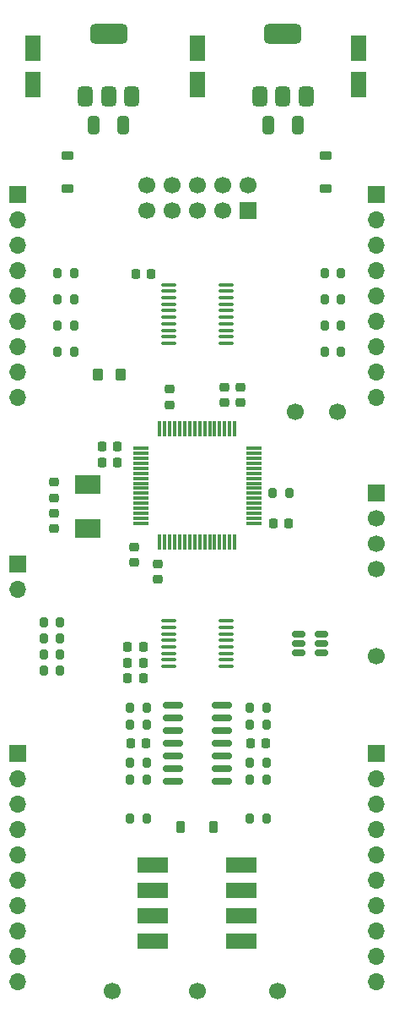
<source format=gbr>
G04 #@! TF.GenerationSoftware,KiCad,Pcbnew,8.0.4*
G04 #@! TF.CreationDate,2024-08-08T18:06:32+01:00*
G04 #@! TF.ProjectId,MidiMonger_components,4d696469-4d6f-46e6-9765-725f636f6d70,rev?*
G04 #@! TF.SameCoordinates,Original*
G04 #@! TF.FileFunction,Soldermask,Bot*
G04 #@! TF.FilePolarity,Negative*
%FSLAX46Y46*%
G04 Gerber Fmt 4.6, Leading zero omitted, Abs format (unit mm)*
G04 Created by KiCad (PCBNEW 8.0.4) date 2024-08-08 18:06:32*
%MOMM*%
%LPD*%
G01*
G04 APERTURE LIST*
G04 Aperture macros list*
%AMRoundRect*
0 Rectangle with rounded corners*
0 $1 Rounding radius*
0 $2 $3 $4 $5 $6 $7 $8 $9 X,Y pos of 4 corners*
0 Add a 4 corners polygon primitive as box body*
4,1,4,$2,$3,$4,$5,$6,$7,$8,$9,$2,$3,0*
0 Add four circle primitives for the rounded corners*
1,1,$1+$1,$2,$3*
1,1,$1+$1,$4,$5*
1,1,$1+$1,$6,$7*
1,1,$1+$1,$8,$9*
0 Add four rect primitives between the rounded corners*
20,1,$1+$1,$2,$3,$4,$5,0*
20,1,$1+$1,$4,$5,$6,$7,0*
20,1,$1+$1,$6,$7,$8,$9,0*
20,1,$1+$1,$8,$9,$2,$3,0*%
G04 Aperture macros list end*
%ADD10RoundRect,0.225000X0.225000X0.250000X-0.225000X0.250000X-0.225000X-0.250000X0.225000X-0.250000X0*%
%ADD11R,1.700000X1.700000*%
%ADD12O,1.700000X1.700000*%
%ADD13RoundRect,0.225000X0.225000X0.375000X-0.225000X0.375000X-0.225000X-0.375000X0.225000X-0.375000X0*%
%ADD14RoundRect,0.250000X0.550000X-1.050000X0.550000X1.050000X-0.550000X1.050000X-0.550000X-1.050000X0*%
%ADD15C,1.700000*%
%ADD16RoundRect,0.250000X-0.275000X-0.350000X0.275000X-0.350000X0.275000X0.350000X-0.275000X0.350000X0*%
%ADD17RoundRect,0.200000X0.200000X0.275000X-0.200000X0.275000X-0.200000X-0.275000X0.200000X-0.275000X0*%
%ADD18RoundRect,0.200000X-0.200000X-0.275000X0.200000X-0.275000X0.200000X0.275000X-0.200000X0.275000X0*%
%ADD19RoundRect,0.375000X0.375000X-0.625000X0.375000X0.625000X-0.375000X0.625000X-0.375000X-0.625000X0*%
%ADD20RoundRect,0.500000X1.400000X-0.500000X1.400000X0.500000X-1.400000X0.500000X-1.400000X-0.500000X0*%
%ADD21RoundRect,0.100000X-0.637500X-0.100000X0.637500X-0.100000X0.637500X0.100000X-0.637500X0.100000X0*%
%ADD22RoundRect,0.150000X0.825000X0.150000X-0.825000X0.150000X-0.825000X-0.150000X0.825000X-0.150000X0*%
%ADD23R,3.100000X1.600000*%
%ADD24RoundRect,0.225000X-0.225000X-0.250000X0.225000X-0.250000X0.225000X0.250000X-0.225000X0.250000X0*%
%ADD25RoundRect,0.100000X0.637500X0.100000X-0.637500X0.100000X-0.637500X-0.100000X0.637500X-0.100000X0*%
%ADD26RoundRect,0.150000X-0.512500X-0.150000X0.512500X-0.150000X0.512500X0.150000X-0.512500X0.150000X0*%
%ADD27RoundRect,0.075000X-0.700000X-0.075000X0.700000X-0.075000X0.700000X0.075000X-0.700000X0.075000X0*%
%ADD28RoundRect,0.075000X-0.075000X-0.700000X0.075000X-0.700000X0.075000X0.700000X-0.075000X0.700000X0*%
%ADD29RoundRect,0.250000X-0.325000X-0.650000X0.325000X-0.650000X0.325000X0.650000X-0.325000X0.650000X0*%
%ADD30RoundRect,0.225000X0.250000X-0.225000X0.250000X0.225000X-0.250000X0.225000X-0.250000X-0.225000X0*%
%ADD31RoundRect,0.225000X-0.375000X0.225000X-0.375000X-0.225000X0.375000X-0.225000X0.375000X0.225000X0*%
%ADD32R,2.500000X1.900000*%
%ADD33RoundRect,0.225000X-0.250000X0.225000X-0.250000X-0.225000X0.250000X-0.225000X0.250000X0.225000X0*%
G04 APERTURE END LIST*
D10*
X115375000Y-76000000D03*
X113825000Y-76000000D03*
X114575000Y-116500000D03*
X113025000Y-116500000D03*
X114575000Y-114900000D03*
X113025000Y-114900000D03*
D11*
X138000000Y-68000000D03*
D12*
X138000000Y-70540000D03*
X138000000Y-73080000D03*
X138000000Y-75620000D03*
X138000000Y-78160000D03*
X138000000Y-80700000D03*
X138000000Y-83240000D03*
X138000000Y-85780000D03*
X138000000Y-88320000D03*
D11*
X102000000Y-124000000D03*
D12*
X102000000Y-126540000D03*
X102000000Y-129080000D03*
X102000000Y-131620000D03*
X102000000Y-134160000D03*
X102000000Y-136700000D03*
X102000000Y-139240000D03*
X102000000Y-141780000D03*
X102000000Y-144320000D03*
X102000000Y-146860000D03*
D11*
X138000000Y-124000000D03*
D12*
X138000000Y-126540000D03*
X138000000Y-129080000D03*
X138000000Y-131620000D03*
X138000000Y-134160000D03*
X138000000Y-136700000D03*
X138000000Y-139240000D03*
X138000000Y-141780000D03*
X138000000Y-144320000D03*
X138000000Y-146860000D03*
D11*
X102000000Y-68000000D03*
D12*
X102000000Y-70540000D03*
X102000000Y-73080000D03*
X102000000Y-75620000D03*
X102000000Y-78160000D03*
X102000000Y-80700000D03*
X102000000Y-83240000D03*
X102000000Y-85780000D03*
X102000000Y-88320000D03*
D13*
X121650000Y-131400000D03*
X118350000Y-131400000D03*
D14*
X103500000Y-57000000D03*
X103500000Y-53400000D03*
D10*
X114575000Y-113300000D03*
X113025000Y-113300000D03*
D11*
X138000000Y-97890000D03*
D15*
X138000000Y-100430000D03*
X138000000Y-102970000D03*
X138000000Y-105510000D03*
D11*
X125100000Y-69675000D03*
D15*
X125100000Y-67135000D03*
X122560000Y-69675000D03*
X122560000Y-67135000D03*
X120020000Y-69675000D03*
X120020000Y-67135000D03*
X117480000Y-69675000D03*
X117480000Y-67135000D03*
X114940000Y-69675000D03*
X114940000Y-67135000D03*
D16*
X110050000Y-86100000D03*
X112350000Y-86100000D03*
D17*
X114925000Y-130500000D03*
X113275000Y-130500000D03*
X126925000Y-130500000D03*
X125275000Y-130500000D03*
X126925000Y-124900000D03*
X125275000Y-124900000D03*
X126925000Y-121100000D03*
X125275000Y-121100000D03*
D18*
X113275000Y-121100000D03*
X114925000Y-121100000D03*
D17*
X114925000Y-126600000D03*
X113275000Y-126600000D03*
D18*
X125275000Y-119400000D03*
X126925000Y-119400000D03*
D17*
X114925000Y-119400000D03*
X113275000Y-119400000D03*
D18*
X105975000Y-75900000D03*
X107625000Y-75900000D03*
X104575000Y-114100000D03*
X106225000Y-114100000D03*
X104575000Y-115700000D03*
X106225000Y-115700000D03*
D17*
X134425000Y-83800000D03*
X132775000Y-83800000D03*
D19*
X130900000Y-58250000D03*
X128600000Y-58250000D03*
D20*
X128600000Y-51950000D03*
D19*
X126300000Y-58250000D03*
X113400000Y-58250000D03*
X111100000Y-58250000D03*
D20*
X111100000Y-51950000D03*
D19*
X108800000Y-58250000D03*
D21*
X117137500Y-115275000D03*
X117137500Y-114625000D03*
X117137500Y-113975000D03*
X117137500Y-113325000D03*
X117137500Y-112675000D03*
X117137500Y-112025000D03*
X117137500Y-111375000D03*
X117137500Y-110725000D03*
X122862500Y-110725000D03*
X122862500Y-111375000D03*
X122862500Y-112025000D03*
X122862500Y-112675000D03*
X122862500Y-113325000D03*
X122862500Y-113975000D03*
X122862500Y-114625000D03*
X122862500Y-115275000D03*
D22*
X122475000Y-119190000D03*
X122475000Y-120460000D03*
X122475000Y-121730000D03*
X122475000Y-123000000D03*
X122475000Y-124270000D03*
X122475000Y-125540000D03*
X122475000Y-126810000D03*
X117525000Y-126810000D03*
X117525000Y-125540000D03*
X117525000Y-124270000D03*
X117525000Y-123000000D03*
X117525000Y-121730000D03*
X117525000Y-120460000D03*
X117525000Y-119190000D03*
D23*
X115555000Y-142810000D03*
X115555000Y-140270000D03*
X115555000Y-137730000D03*
X115555000Y-135190000D03*
X124445000Y-135190000D03*
X124445000Y-137730000D03*
X124445000Y-140270000D03*
X124445000Y-142810000D03*
D18*
X125275000Y-126600000D03*
X126925000Y-126600000D03*
X113275000Y-124900000D03*
X114925000Y-124900000D03*
X104575000Y-112500000D03*
X106225000Y-112500000D03*
D17*
X134425000Y-78500000D03*
X132775000Y-78500000D03*
X134425000Y-75900000D03*
X132775000Y-75900000D03*
D18*
X105975000Y-81200000D03*
X107625000Y-81200000D03*
X105975000Y-78500000D03*
X107625000Y-78500000D03*
X105975000Y-83800000D03*
X107625000Y-83800000D03*
D17*
X134425000Y-81200000D03*
X132775000Y-81200000D03*
D18*
X104575000Y-110900000D03*
X106225000Y-110900000D03*
D24*
X127625000Y-101000000D03*
X129175000Y-101000000D03*
D25*
X122862500Y-77075000D03*
X122862500Y-77725000D03*
X122862500Y-78375000D03*
X122862500Y-79025000D03*
X122862500Y-79675000D03*
X122862500Y-80325000D03*
X122862500Y-80975000D03*
X122862500Y-81625000D03*
X122862500Y-82275000D03*
X122862500Y-82925000D03*
X117137500Y-82925000D03*
X117137500Y-82275000D03*
X117137500Y-81625000D03*
X117137500Y-80975000D03*
X117137500Y-80325000D03*
X117137500Y-79675000D03*
X117137500Y-79025000D03*
X117137500Y-78375000D03*
X117137500Y-77725000D03*
X117137500Y-77075000D03*
D26*
X130162500Y-113950000D03*
X130162500Y-113000000D03*
X130162500Y-112050000D03*
X132437500Y-112050000D03*
X132437500Y-113000000D03*
X132437500Y-113950000D03*
D15*
X129800000Y-89800000D03*
X111500000Y-147800000D03*
D27*
X114325000Y-100950000D03*
X114325000Y-100450000D03*
X114325000Y-99950000D03*
X114325000Y-99450000D03*
X114325000Y-98950000D03*
X114325000Y-98450000D03*
X114325000Y-97950000D03*
X114325000Y-97450000D03*
X114325000Y-96950000D03*
X114325000Y-96450000D03*
X114325000Y-95950000D03*
X114325000Y-95450000D03*
X114325000Y-94950000D03*
X114325000Y-94450000D03*
X114325000Y-93950000D03*
X114325000Y-93450000D03*
D28*
X116250000Y-91525000D03*
X116750000Y-91525000D03*
X117250000Y-91525000D03*
X117750000Y-91525000D03*
X118250000Y-91525000D03*
X118750000Y-91525000D03*
X119250000Y-91525000D03*
X119750000Y-91525000D03*
X120250000Y-91525000D03*
X120750000Y-91525000D03*
X121250000Y-91525000D03*
X121750000Y-91525000D03*
X122250000Y-91525000D03*
X122750000Y-91525000D03*
X123250000Y-91525000D03*
X123750000Y-91525000D03*
D27*
X125675000Y-93450000D03*
X125675000Y-93950000D03*
X125675000Y-94450000D03*
X125675000Y-94950000D03*
X125675000Y-95450000D03*
X125675000Y-95950000D03*
X125675000Y-96450000D03*
X125675000Y-96950000D03*
X125675000Y-97450000D03*
X125675000Y-97950000D03*
X125675000Y-98450000D03*
X125675000Y-98950000D03*
X125675000Y-99450000D03*
X125675000Y-99950000D03*
X125675000Y-100450000D03*
X125675000Y-100950000D03*
D28*
X123750000Y-102875000D03*
X123250000Y-102875000D03*
X122750000Y-102875000D03*
X122250000Y-102875000D03*
X121750000Y-102875000D03*
X121250000Y-102875000D03*
X120750000Y-102875000D03*
X120250000Y-102875000D03*
X119750000Y-102875000D03*
X119250000Y-102875000D03*
X118750000Y-102875000D03*
X118250000Y-102875000D03*
X117750000Y-102875000D03*
X117250000Y-102875000D03*
X116750000Y-102875000D03*
X116250000Y-102875000D03*
D29*
X109625000Y-61100000D03*
X112575000Y-61100000D03*
D30*
X117200000Y-89075000D03*
X117200000Y-87525000D03*
D14*
X136200000Y-57000000D03*
X136200000Y-53400000D03*
D15*
X134100000Y-89800000D03*
D31*
X107000000Y-64150000D03*
X107000000Y-67450000D03*
D24*
X125325000Y-123000000D03*
X126875000Y-123000000D03*
D31*
X132900000Y-64150000D03*
X132900000Y-67450000D03*
D15*
X138000000Y-114300000D03*
D30*
X124300000Y-88875000D03*
X124300000Y-87325000D03*
D32*
X109000000Y-97100000D03*
X109000000Y-101500000D03*
D10*
X114875000Y-123000000D03*
X113325000Y-123000000D03*
D11*
X102000000Y-105000000D03*
D12*
X102000000Y-107540000D03*
D33*
X105600000Y-96850000D03*
X105600000Y-98400000D03*
X113700000Y-103325000D03*
X113700000Y-104875000D03*
D15*
X120000000Y-147800000D03*
D10*
X111975000Y-94910000D03*
X110425000Y-94910000D03*
D29*
X127125000Y-61100000D03*
X130075000Y-61100000D03*
D33*
X116000000Y-105025000D03*
X116000000Y-106575000D03*
D17*
X129225000Y-97900000D03*
X127575000Y-97900000D03*
D14*
X120000000Y-57000000D03*
X120000000Y-53400000D03*
D30*
X105600000Y-101475000D03*
X105600000Y-99925000D03*
D15*
X128100000Y-147800000D03*
D10*
X111975000Y-93300000D03*
X110425000Y-93300000D03*
D30*
X122700000Y-88875000D03*
X122700000Y-87325000D03*
M02*

</source>
